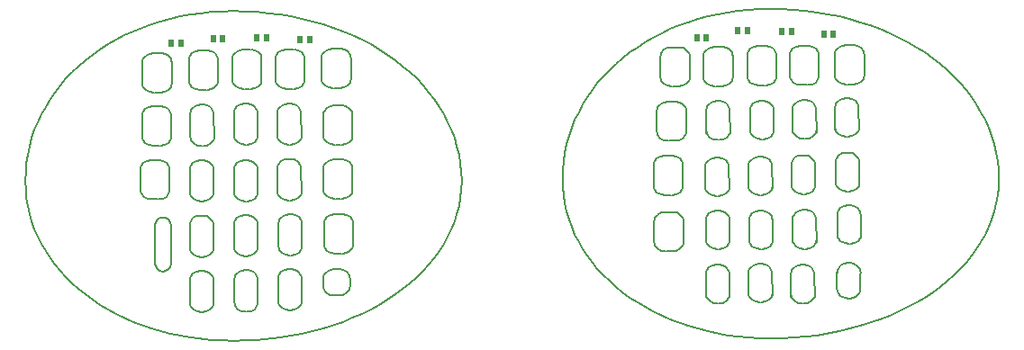
<source format=gbr>
G04 PROTEUS GERBER X2 FILE*
%TF.GenerationSoftware,Labcenter,Proteus,8.9-SP2-Build28501*%
%TF.CreationDate,2020-07-12T19:41:18+00:00*%
%TF.FileFunction,Paste,Bot*%
%TF.FilePolarity,Positive*%
%TF.Part,Single*%
%TF.SameCoordinates,{dc61f2e1-3fbc-4622-b235-fc52ee95e5fb}*%
%FSLAX45Y45*%
%MOMM*%
G01*
%TA.AperFunction,Material*%
%ADD33R,0.508000X0.762000*%
%TA.AperFunction,Profile*%
%ADD18C,0.203200*%
%TD.AperFunction*%
D33*
X-240000Y-4655000D03*
X-148560Y-4655000D03*
X+143560Y-4580000D03*
X+235000Y-4580000D03*
X+557120Y-4589000D03*
X+648560Y-4589000D03*
X+953560Y-4615000D03*
X+1045000Y-4615000D03*
X-5088560Y-4700000D03*
X-5180000Y-4700000D03*
X-4695000Y-4660000D03*
X-4786440Y-4660000D03*
X-4285000Y-4654000D03*
X-4376440Y-4654000D03*
X-3880000Y-4670000D03*
X-3971440Y-4670000D03*
D18*
X-6550000Y-6000000D02*
X-6547519Y-5916226D01*
X-6540151Y-5833716D01*
X-6528008Y-5752560D01*
X-6511200Y-5672852D01*
X-6489840Y-5594681D01*
X-6464039Y-5518140D01*
X-6433909Y-5443320D01*
X-6399561Y-5370312D01*
X-6361107Y-5299210D01*
X-6318658Y-5230103D01*
X-6272326Y-5163083D01*
X-6222223Y-5098242D01*
X-6168460Y-5035672D01*
X-6111149Y-4975464D01*
X-6050401Y-4917709D01*
X-5986328Y-4862500D01*
X-5919042Y-4809927D01*
X-5848653Y-4760083D01*
X-5775275Y-4713058D01*
X-5699017Y-4668945D01*
X-5619993Y-4627835D01*
X-5538313Y-4589819D01*
X-5454089Y-4554990D01*
X-5367432Y-4523438D01*
X-5278454Y-4495255D01*
X-5187267Y-4470532D01*
X-5093983Y-4449362D01*
X-4998712Y-4431836D01*
X-4901567Y-4418045D01*
X-4802659Y-4408081D01*
X-4702099Y-4402036D01*
X-4600000Y-4400000D01*
X-4487429Y-4402036D01*
X-4376556Y-4408081D01*
X-4267503Y-4418045D01*
X-4160394Y-4431836D01*
X-4055352Y-4449362D01*
X-3952500Y-4470532D01*
X-3851961Y-4495255D01*
X-3753857Y-4523438D01*
X-3658313Y-4554990D01*
X-3565450Y-4589819D01*
X-3475393Y-4627835D01*
X-3388263Y-4668945D01*
X-3304184Y-4713058D01*
X-3223279Y-4760083D01*
X-3145672Y-4809927D01*
X-3071484Y-4862500D01*
X-3000840Y-4917709D01*
X-2933861Y-4975464D01*
X-2870672Y-5035672D01*
X-2811395Y-5098242D01*
X-2756153Y-5163083D01*
X-2705070Y-5230103D01*
X-2658267Y-5299210D01*
X-2615869Y-5370312D01*
X-2577998Y-5443320D01*
X-2544778Y-5518140D01*
X-2516331Y-5594681D01*
X-2492780Y-5672852D01*
X-2474248Y-5752560D01*
X-2460859Y-5833716D01*
X-2452735Y-5916226D01*
X-2450000Y-6000000D01*
X-2452735Y-6078538D01*
X-2460859Y-6155891D01*
X-2474248Y-6231975D01*
X-2492780Y-6306702D01*
X-2516331Y-6379987D01*
X-2544778Y-6451744D01*
X-2577998Y-6521888D01*
X-2615869Y-6590332D01*
X-2658267Y-6656991D01*
X-2705070Y-6721779D01*
X-2756153Y-6784610D01*
X-2811395Y-6845398D01*
X-2870672Y-6904058D01*
X-2933861Y-6960503D01*
X-3000840Y-7014647D01*
X-3071484Y-7066406D01*
X-3145672Y-7115693D01*
X-3223279Y-7162422D01*
X-3304184Y-7206508D01*
X-3388263Y-7247864D01*
X-3475393Y-7286405D01*
X-3565450Y-7322044D01*
X-3753857Y-7384277D01*
X-3952500Y-7433876D01*
X-4160394Y-7470154D01*
X-4376556Y-7492424D01*
X-4487429Y-7498092D01*
X-4600000Y-7500000D01*
X-4702099Y-7498092D01*
X-4802659Y-7492424D01*
X-4998712Y-7470154D01*
X-5187267Y-7433876D01*
X-5367432Y-7384277D01*
X-5538313Y-7322044D01*
X-5699017Y-7247864D01*
X-5848653Y-7162422D01*
X-5919042Y-7115693D01*
X-5986328Y-7066406D01*
X-6050401Y-7014647D01*
X-6111149Y-6960503D01*
X-6168460Y-6904058D01*
X-6222223Y-6845398D01*
X-6272326Y-6784610D01*
X-6318658Y-6721779D01*
X-6361107Y-6656991D01*
X-6399561Y-6590332D01*
X-6433909Y-6521888D01*
X-6464039Y-6451744D01*
X-6489840Y-6379987D01*
X-6511200Y-6306702D01*
X-6528008Y-6231975D01*
X-6540151Y-6155891D01*
X-6547519Y-6078538D01*
X-6550000Y-6000000D01*
X-4430000Y-4760000D02*
X-4390644Y-4766943D01*
X-4358906Y-4786016D01*
X-4337715Y-4814580D01*
X-4331990Y-4831598D01*
X-4330000Y-4850000D01*
X-4435000Y-5130000D02*
X-4393676Y-5123442D01*
X-4360351Y-5105430D01*
X-4338100Y-5078452D01*
X-4332089Y-5062380D01*
X-4330000Y-5045000D01*
X-4495000Y-5130000D02*
X-4538291Y-5123442D01*
X-4573203Y-5105430D01*
X-4596514Y-5078452D01*
X-4602811Y-5062380D01*
X-4605000Y-5045000D01*
X-4500000Y-4760000D02*
X-4541323Y-4766558D01*
X-4574648Y-4784570D01*
X-4596899Y-4811548D01*
X-4602911Y-4827620D01*
X-4605000Y-4845000D01*
X-4605000Y-5045000D02*
X-4605000Y-4845000D01*
X-4435000Y-4760000D02*
X-4510000Y-4760000D01*
X-4440000Y-5130000D02*
X-4490000Y-5130000D01*
X-4330000Y-4845000D02*
X-4330000Y-5045000D01*
X-4025000Y-4760000D02*
X-3985644Y-4766943D01*
X-3953906Y-4786016D01*
X-3932715Y-4814580D01*
X-3926990Y-4831598D01*
X-3925000Y-4850000D01*
X-4030000Y-5130000D02*
X-3988676Y-5123442D01*
X-3955351Y-5105430D01*
X-3933100Y-5078452D01*
X-3927089Y-5062380D01*
X-3925000Y-5045000D01*
X-4090000Y-5130000D02*
X-4133291Y-5123442D01*
X-4168203Y-5105430D01*
X-4191514Y-5078452D01*
X-4197811Y-5062380D01*
X-4200000Y-5045000D01*
X-4095000Y-4760000D02*
X-4136323Y-4766558D01*
X-4169648Y-4784570D01*
X-4191899Y-4811548D01*
X-4197911Y-4827620D01*
X-4200000Y-4845000D01*
X-4200000Y-5045000D02*
X-4200000Y-4845000D01*
X-4030000Y-4760000D02*
X-4105000Y-4760000D01*
X-4035000Y-5130000D02*
X-4085000Y-5130000D01*
X-3925000Y-4845000D02*
X-3925000Y-5045000D01*
X-4840000Y-4770000D02*
X-4800644Y-4776943D01*
X-4768906Y-4796016D01*
X-4747715Y-4824580D01*
X-4741990Y-4841598D01*
X-4740000Y-4860000D01*
X-4845000Y-5140000D02*
X-4803676Y-5133442D01*
X-4770351Y-5115430D01*
X-4748100Y-5088452D01*
X-4742089Y-5072380D01*
X-4740000Y-5055000D01*
X-4905000Y-5140000D02*
X-4948291Y-5133442D01*
X-4983203Y-5115430D01*
X-5006514Y-5088452D01*
X-5012811Y-5072380D01*
X-5015000Y-5055000D01*
X-4910000Y-4770000D02*
X-4951323Y-4776558D01*
X-4984648Y-4794570D01*
X-5006899Y-4821548D01*
X-5012911Y-4837620D01*
X-5015000Y-4855000D01*
X-5015000Y-5055000D02*
X-5015000Y-4855000D01*
X-4845000Y-4770000D02*
X-4920000Y-4770000D01*
X-4850000Y-5140000D02*
X-4900000Y-5140000D01*
X-4740000Y-4855000D02*
X-4740000Y-5055000D01*
X-3590000Y-4755000D02*
X-3550644Y-4761943D01*
X-3518906Y-4781016D01*
X-3497715Y-4809580D01*
X-3491990Y-4826598D01*
X-3490000Y-4845000D01*
X-3595000Y-5125000D02*
X-3553676Y-5118442D01*
X-3520351Y-5100430D01*
X-3498100Y-5073452D01*
X-3492089Y-5057380D01*
X-3490000Y-5040000D01*
X-3655000Y-5125000D02*
X-3698291Y-5118442D01*
X-3733203Y-5100430D01*
X-3756514Y-5073452D01*
X-3762811Y-5057380D01*
X-3765000Y-5040000D01*
X-3660000Y-4755000D02*
X-3701323Y-4761558D01*
X-3734648Y-4779570D01*
X-3756899Y-4806548D01*
X-3762911Y-4822620D01*
X-3765000Y-4840000D01*
X-3765000Y-5040000D02*
X-3765000Y-4840000D01*
X-3590000Y-4755000D02*
X-3665000Y-4755000D01*
X-3600000Y-5125000D02*
X-3650000Y-5125000D01*
X-3490000Y-4840000D02*
X-3490000Y-5040000D01*
X+810000Y-4725000D02*
X+849356Y-4731943D01*
X+881094Y-4751016D01*
X+902285Y-4779580D01*
X+908010Y-4796598D01*
X+910000Y-4815000D01*
X+805000Y-5095000D02*
X+846324Y-5088442D01*
X+879649Y-5070430D01*
X+901900Y-5043452D01*
X+907911Y-5027380D01*
X+910000Y-5010000D01*
X+745000Y-5095000D02*
X+701709Y-5088442D01*
X+666797Y-5070430D01*
X+643486Y-5043452D01*
X+637189Y-5027380D01*
X+635000Y-5010000D01*
X+740000Y-4725000D02*
X+698677Y-4731558D01*
X+665352Y-4749570D01*
X+643101Y-4776548D01*
X+637089Y-4792620D01*
X+635000Y-4810000D01*
X+635000Y-5010000D02*
X+635000Y-4810000D01*
X+810000Y-4725000D02*
X+735000Y-4725000D01*
X+800000Y-5095000D02*
X+750000Y-5095000D01*
X+910000Y-4810000D02*
X+910000Y-5010000D01*
X+410000Y-4730000D02*
X+449356Y-4736943D01*
X+481094Y-4756016D01*
X+502285Y-4784580D01*
X+508010Y-4801598D01*
X+510000Y-4820000D01*
X+405000Y-5100000D02*
X+446324Y-5093442D01*
X+479649Y-5075430D01*
X+501900Y-5048452D01*
X+507911Y-5032380D01*
X+510000Y-5015000D01*
X+345000Y-5100000D02*
X+301709Y-5093442D01*
X+266797Y-5075430D01*
X+243486Y-5048452D01*
X+237189Y-5032380D01*
X+235000Y-5015000D01*
X+340000Y-4730000D02*
X+298677Y-4736558D01*
X+265352Y-4754570D01*
X+243101Y-4781548D01*
X+237089Y-4797620D01*
X+235000Y-4815000D01*
X+235000Y-5015000D02*
X+235000Y-4815000D01*
X+410000Y-4730000D02*
X+335000Y-4730000D01*
X+400000Y-5100000D02*
X+350000Y-5100000D01*
X+510000Y-4815000D02*
X+510000Y-5015000D01*
X+1235000Y-4720000D02*
X+1274356Y-4726943D01*
X+1306094Y-4746016D01*
X+1327285Y-4774580D01*
X+1333010Y-4791598D01*
X+1335000Y-4810000D01*
X+1230000Y-5090000D02*
X+1271324Y-5083442D01*
X+1304649Y-5065430D01*
X+1326900Y-5038452D01*
X+1332911Y-5022380D01*
X+1335000Y-5005000D01*
X+1170000Y-5090000D02*
X+1126709Y-5083442D01*
X+1091797Y-5065430D01*
X+1068486Y-5038452D01*
X+1062189Y-5022380D01*
X+1060000Y-5005000D01*
X+1165000Y-4720000D02*
X+1123677Y-4726558D01*
X+1090352Y-4744570D01*
X+1068101Y-4771548D01*
X+1062089Y-4787620D01*
X+1060000Y-4805000D01*
X+1060000Y-5005000D02*
X+1060000Y-4805000D01*
X+1235000Y-4720000D02*
X+1160000Y-4720000D01*
X+1225000Y-5090000D02*
X+1175000Y-5090000D01*
X+1335000Y-4805000D02*
X+1335000Y-5005000D01*
X+0Y-4735000D02*
X+39356Y-4741943D01*
X+71094Y-4761016D01*
X+92285Y-4789580D01*
X+98010Y-4806598D01*
X+100000Y-4825000D01*
X-5000Y-5105000D02*
X+36324Y-5098442D01*
X+69649Y-5080430D01*
X+91900Y-5053452D01*
X+97911Y-5037380D01*
X+100000Y-5020000D01*
X-65000Y-5105000D02*
X-108291Y-5098442D01*
X-143203Y-5080430D01*
X-166514Y-5053452D01*
X-172811Y-5037380D01*
X-175000Y-5020000D01*
X-70000Y-4735000D02*
X-111323Y-4741558D01*
X-144648Y-4759570D01*
X-166899Y-4786548D01*
X-172911Y-4802620D01*
X-175000Y-4820000D01*
X-175000Y-5020000D02*
X-175000Y-4820000D01*
X+0Y-4735000D02*
X-75000Y-4735000D01*
X-10000Y-5105000D02*
X-60000Y-5105000D01*
X+100000Y-4820000D02*
X+100000Y-5020000D01*
X-405000Y-4740000D02*
X-365644Y-4746943D01*
X-333906Y-4766016D01*
X-312715Y-4794580D01*
X-306990Y-4811598D01*
X-305000Y-4830000D01*
X-410000Y-5110000D02*
X-368676Y-5103442D01*
X-335351Y-5085430D01*
X-313100Y-5058452D01*
X-307089Y-5042380D01*
X-305000Y-5025000D01*
X-470000Y-5110000D02*
X-513291Y-5103442D01*
X-548203Y-5085430D01*
X-571514Y-5058452D01*
X-577811Y-5042380D01*
X-580000Y-5025000D01*
X-475000Y-4740000D02*
X-516323Y-4746558D01*
X-549648Y-4764570D01*
X-571899Y-4791548D01*
X-577911Y-4807620D01*
X-580000Y-4825000D01*
X-580000Y-5025000D02*
X-580000Y-4825000D01*
X-405000Y-4740000D02*
X-480000Y-4740000D01*
X-415000Y-5110000D02*
X-465000Y-5110000D01*
X-305000Y-4825000D02*
X-305000Y-5025000D01*
X-1500000Y-5980000D02*
X-1497519Y-5896226D01*
X-1490151Y-5813716D01*
X-1478008Y-5732560D01*
X-1461200Y-5652852D01*
X-1439840Y-5574681D01*
X-1414039Y-5498140D01*
X-1383909Y-5423320D01*
X-1349561Y-5350312D01*
X-1311107Y-5279210D01*
X-1268658Y-5210103D01*
X-1222326Y-5143083D01*
X-1172223Y-5078242D01*
X-1118460Y-5015672D01*
X-1061149Y-4955464D01*
X-1000401Y-4897709D01*
X-936328Y-4842500D01*
X-869042Y-4789927D01*
X-798653Y-4740083D01*
X-725275Y-4693058D01*
X-649017Y-4648945D01*
X-569993Y-4607835D01*
X-488313Y-4569819D01*
X-404089Y-4534990D01*
X-317432Y-4503438D01*
X-228454Y-4475255D01*
X-137267Y-4450532D01*
X-43983Y-4429362D01*
X+51288Y-4411836D01*
X+148433Y-4398045D01*
X+247341Y-4388081D01*
X+347901Y-4382036D01*
X+450000Y-4380000D01*
X+562571Y-4382036D01*
X+673444Y-4388081D01*
X+782497Y-4398045D01*
X+889606Y-4411836D01*
X+994648Y-4429362D01*
X+1097500Y-4450532D01*
X+1198039Y-4475255D01*
X+1296143Y-4503438D01*
X+1391687Y-4534990D01*
X+1484550Y-4569819D01*
X+1574607Y-4607835D01*
X+1661737Y-4648945D01*
X+1745816Y-4693058D01*
X+1826721Y-4740083D01*
X+1904328Y-4789927D01*
X+1978516Y-4842500D01*
X+2049160Y-4897709D01*
X+2116139Y-4955464D01*
X+2179328Y-5015672D01*
X+2238605Y-5078242D01*
X+2293847Y-5143083D01*
X+2344930Y-5210103D01*
X+2391733Y-5279210D01*
X+2434131Y-5350312D01*
X+2472002Y-5423320D01*
X+2505222Y-5498140D01*
X+2533669Y-5574681D01*
X+2557220Y-5652852D01*
X+2575752Y-5732560D01*
X+2589141Y-5813716D01*
X+2597265Y-5896226D01*
X+2600000Y-5980000D01*
X+2597265Y-6058538D01*
X+2589141Y-6135891D01*
X+2575752Y-6211975D01*
X+2557220Y-6286702D01*
X+2533669Y-6359987D01*
X+2505222Y-6431744D01*
X+2472002Y-6501888D01*
X+2434131Y-6570332D01*
X+2391733Y-6636991D01*
X+2344930Y-6701779D01*
X+2293847Y-6764610D01*
X+2238605Y-6825398D01*
X+2179328Y-6884058D01*
X+2116139Y-6940503D01*
X+2049160Y-6994647D01*
X+1978516Y-7046406D01*
X+1904328Y-7095693D01*
X+1826721Y-7142422D01*
X+1745816Y-7186508D01*
X+1661737Y-7227864D01*
X+1574607Y-7266405D01*
X+1484550Y-7302044D01*
X+1296143Y-7364277D01*
X+1097500Y-7413876D01*
X+889606Y-7450154D01*
X+673444Y-7472424D01*
X+562571Y-7478092D01*
X+450000Y-7480000D01*
X+347901Y-7478092D01*
X+247341Y-7472424D01*
X+51288Y-7450154D01*
X-137267Y-7413876D01*
X-317432Y-7364277D01*
X-488313Y-7302044D01*
X-649017Y-7227864D01*
X-798653Y-7142422D01*
X-869042Y-7095693D01*
X-936328Y-7046406D01*
X-1000401Y-6994647D01*
X-1061149Y-6940503D01*
X-1118460Y-6884058D01*
X-1172223Y-6825398D01*
X-1222326Y-6764610D01*
X-1268658Y-6701779D01*
X-1311107Y-6636991D01*
X-1349561Y-6570332D01*
X-1383909Y-6501888D01*
X-1414039Y-6431744D01*
X-1439840Y-6359987D01*
X-1461200Y-6286702D01*
X-1478008Y-6211975D01*
X-1490151Y-6135891D01*
X-1497519Y-6058538D01*
X-1500000Y-5980000D01*
X-4880000Y-5280000D02*
X-4840644Y-5286943D01*
X-4808906Y-5306016D01*
X-4787715Y-5334580D01*
X-4781990Y-5351598D01*
X-4780000Y-5370000D01*
X-4880000Y-5670000D02*
X-4838676Y-5663442D01*
X-4805351Y-5645430D01*
X-4783100Y-5618452D01*
X-4777089Y-5602380D01*
X-4775000Y-5585000D01*
X-4890000Y-5670000D02*
X-4933291Y-5663442D01*
X-4968203Y-5645430D01*
X-4991514Y-5618452D01*
X-4997811Y-5602380D01*
X-5000000Y-5585000D01*
X-4895000Y-5280000D02*
X-4936323Y-5286558D01*
X-4969648Y-5304570D01*
X-4991899Y-5331548D01*
X-4997911Y-5347620D01*
X-5000000Y-5365000D01*
X-5000000Y-5370000D02*
X-5000000Y-5585000D01*
X-4775000Y-5585000D02*
X-4780000Y-5375000D01*
X-4895000Y-5280000D02*
X-4880000Y-5280000D01*
X-4470000Y-5270000D02*
X-4430644Y-5276943D01*
X-4398906Y-5296016D01*
X-4377715Y-5324580D01*
X-4371990Y-5341598D01*
X-4370000Y-5360000D01*
X-4470000Y-5660000D02*
X-4428676Y-5653442D01*
X-4395351Y-5635430D01*
X-4373100Y-5608452D01*
X-4367089Y-5592380D01*
X-4365000Y-5575000D01*
X-4480000Y-5660000D02*
X-4523291Y-5653442D01*
X-4558203Y-5635430D01*
X-4581514Y-5608452D01*
X-4587811Y-5592380D01*
X-4590000Y-5575000D01*
X-4485000Y-5270000D02*
X-4526323Y-5276558D01*
X-4559648Y-5294570D01*
X-4581899Y-5321548D01*
X-4587911Y-5337620D01*
X-4590000Y-5355000D01*
X-4590000Y-5360000D02*
X-4590000Y-5575000D01*
X-4365000Y-5575000D02*
X-4370000Y-5365000D01*
X-4485000Y-5270000D02*
X-4470000Y-5270000D01*
X-4060000Y-5270000D02*
X-4020644Y-5276943D01*
X-3988906Y-5296016D01*
X-3967715Y-5324580D01*
X-3961990Y-5341598D01*
X-3960000Y-5360000D01*
X-4060000Y-5660000D02*
X-4018676Y-5653442D01*
X-3985351Y-5635430D01*
X-3963100Y-5608452D01*
X-3957089Y-5592380D01*
X-3955000Y-5575000D01*
X-4070000Y-5660000D02*
X-4113291Y-5653442D01*
X-4148203Y-5635430D01*
X-4171514Y-5608452D01*
X-4177811Y-5592380D01*
X-4180000Y-5575000D01*
X-4075000Y-5270000D02*
X-4116323Y-5276558D01*
X-4149648Y-5294570D01*
X-4171899Y-5321548D01*
X-4177911Y-5337620D01*
X-4180000Y-5355000D01*
X-4180000Y-5360000D02*
X-4180000Y-5575000D01*
X-3955000Y-5575000D02*
X-3960000Y-5365000D01*
X-4075000Y-5270000D02*
X-4060000Y-5270000D01*
X-4885000Y-5800000D02*
X-4845644Y-5806943D01*
X-4813906Y-5826016D01*
X-4792715Y-5854580D01*
X-4786990Y-5871598D01*
X-4785000Y-5890000D01*
X-4890000Y-6190000D02*
X-4848676Y-6183442D01*
X-4815351Y-6165430D01*
X-4793100Y-6138452D01*
X-4787089Y-6122380D01*
X-4785000Y-6105000D01*
X-4895000Y-6190000D02*
X-4938291Y-6183442D01*
X-4973203Y-6165430D01*
X-4996514Y-6138452D01*
X-5002811Y-6122380D01*
X-5005000Y-6105000D01*
X-4900000Y-5800000D02*
X-4941323Y-5806558D01*
X-4974648Y-5824570D01*
X-4996899Y-5851548D01*
X-5002911Y-5867620D01*
X-5005000Y-5885000D01*
X-5005000Y-5890000D02*
X-5005000Y-6105000D01*
X-4785000Y-6105000D02*
X-4785000Y-5895000D01*
X-4900000Y-5800000D02*
X-4885000Y-5800000D01*
X-4470000Y-5800000D02*
X-4430644Y-5806943D01*
X-4398906Y-5826016D01*
X-4377715Y-5854580D01*
X-4371990Y-5871598D01*
X-4370000Y-5890000D01*
X-4470000Y-6190000D02*
X-4428676Y-6183442D01*
X-4395351Y-6165430D01*
X-4373100Y-6138452D01*
X-4367089Y-6122380D01*
X-4365000Y-6105000D01*
X-4480000Y-6190000D02*
X-4523291Y-6183442D01*
X-4558203Y-6165430D01*
X-4581514Y-6138452D01*
X-4587811Y-6122380D01*
X-4590000Y-6105000D01*
X-4485000Y-5800000D02*
X-4526323Y-5806558D01*
X-4559648Y-5824570D01*
X-4581899Y-5851548D01*
X-4587911Y-5867620D01*
X-4590000Y-5885000D01*
X-4590000Y-5890000D02*
X-4590000Y-6105000D01*
X-4365000Y-6105000D02*
X-4370000Y-5895000D01*
X-4485000Y-5800000D02*
X-4470000Y-5800000D01*
X-4060000Y-5790000D02*
X-4020644Y-5796943D01*
X-3988906Y-5816016D01*
X-3967715Y-5844580D01*
X-3961990Y-5861598D01*
X-3960000Y-5880000D01*
X-4060000Y-6180000D02*
X-4018676Y-6173442D01*
X-3985351Y-6155430D01*
X-3963100Y-6128452D01*
X-3957089Y-6112380D01*
X-3955000Y-6095000D01*
X-4070000Y-6180000D02*
X-4113291Y-6173442D01*
X-4148203Y-6155430D01*
X-4171514Y-6128452D01*
X-4177811Y-6112380D01*
X-4180000Y-6095000D01*
X-4075000Y-5790000D02*
X-4116323Y-5796558D01*
X-4149648Y-5814570D01*
X-4171899Y-5841548D01*
X-4177911Y-5857620D01*
X-4180000Y-5875000D01*
X-4180000Y-5880000D02*
X-4180000Y-6095000D01*
X-3955000Y-6095000D02*
X-3960000Y-5885000D01*
X-4075000Y-5790000D02*
X-4060000Y-5790000D01*
X-4884782Y-6323362D02*
X-4845426Y-6330305D01*
X-4813688Y-6349378D01*
X-4792497Y-6377942D01*
X-4786772Y-6394960D01*
X-4784782Y-6413362D01*
X-4889782Y-6713362D02*
X-4848458Y-6706804D01*
X-4815133Y-6688792D01*
X-4792882Y-6661814D01*
X-4786871Y-6645742D01*
X-4784782Y-6628362D01*
X-4894782Y-6713362D02*
X-4938073Y-6706804D01*
X-4972985Y-6688792D01*
X-4996296Y-6661814D01*
X-5002593Y-6645742D01*
X-5004782Y-6628362D01*
X-4899782Y-6323362D02*
X-4941105Y-6329920D01*
X-4974430Y-6347932D01*
X-4996681Y-6374910D01*
X-5002693Y-6390982D01*
X-5004782Y-6408362D01*
X-5004782Y-6413362D02*
X-5004782Y-6628362D01*
X-4784782Y-6628362D02*
X-4784782Y-6418362D01*
X-4899782Y-6323362D02*
X-4884782Y-6323362D01*
X-4469782Y-6318362D02*
X-4430426Y-6325305D01*
X-4398688Y-6344378D01*
X-4377497Y-6372942D01*
X-4371772Y-6389960D01*
X-4369782Y-6408362D01*
X-4474782Y-6708362D02*
X-4433458Y-6701804D01*
X-4400133Y-6683792D01*
X-4377882Y-6656814D01*
X-4371871Y-6640742D01*
X-4369782Y-6623362D01*
X-4479782Y-6708362D02*
X-4523073Y-6701804D01*
X-4557985Y-6683792D01*
X-4581296Y-6656814D01*
X-4587593Y-6640742D01*
X-4589782Y-6623362D01*
X-4484782Y-6318362D02*
X-4526105Y-6324920D01*
X-4559430Y-6342932D01*
X-4581681Y-6369910D01*
X-4587693Y-6385982D01*
X-4589782Y-6403362D01*
X-4589782Y-6408362D02*
X-4589782Y-6623362D01*
X-4369782Y-6623362D02*
X-4369782Y-6413362D01*
X-4484782Y-6318362D02*
X-4469782Y-6318362D01*
X-4049782Y-6308362D02*
X-4010426Y-6315305D01*
X-3978688Y-6334378D01*
X-3957497Y-6362942D01*
X-3951772Y-6379960D01*
X-3949782Y-6398362D01*
X-4054782Y-6698362D02*
X-4013458Y-6691804D01*
X-3980133Y-6673792D01*
X-3957882Y-6646814D01*
X-3951871Y-6630742D01*
X-3949782Y-6613362D01*
X-4059782Y-6698362D02*
X-4103073Y-6691804D01*
X-4137985Y-6673792D01*
X-4161296Y-6646814D01*
X-4167593Y-6630742D01*
X-4169782Y-6613362D01*
X-4064782Y-6308362D02*
X-4106105Y-6314920D01*
X-4139430Y-6332932D01*
X-4161681Y-6359910D01*
X-4167693Y-6375982D01*
X-4169782Y-6393362D01*
X-4169782Y-6398362D02*
X-4169782Y-6613362D01*
X-3949782Y-6613362D02*
X-3949782Y-6403362D01*
X-4064782Y-6308362D02*
X-4049782Y-6308362D01*
X-4884782Y-6843362D02*
X-4845426Y-6850305D01*
X-4813688Y-6869378D01*
X-4792497Y-6897942D01*
X-4786772Y-6914960D01*
X-4784782Y-6933362D01*
X-4889782Y-7233362D02*
X-4848458Y-7226804D01*
X-4815133Y-7208792D01*
X-4792882Y-7181814D01*
X-4786871Y-7165742D01*
X-4784782Y-7148362D01*
X-4894782Y-7233362D02*
X-4938073Y-7226804D01*
X-4972985Y-7208792D01*
X-4996296Y-7181814D01*
X-5002593Y-7165742D01*
X-5004782Y-7148362D01*
X-4899782Y-6843362D02*
X-4941105Y-6849920D01*
X-4974430Y-6867932D01*
X-4996681Y-6894910D01*
X-5002693Y-6910982D01*
X-5004782Y-6928362D01*
X-5004782Y-6933362D02*
X-5004782Y-7148362D01*
X-4784782Y-7148362D02*
X-4784782Y-6938362D01*
X-4899782Y-6843362D02*
X-4884782Y-6843362D01*
X-4464782Y-6838362D02*
X-4425426Y-6845305D01*
X-4393688Y-6864378D01*
X-4372497Y-6892942D01*
X-4366772Y-6909960D01*
X-4364782Y-6928362D01*
X-4469782Y-7228362D02*
X-4428458Y-7221804D01*
X-4395133Y-7203792D01*
X-4372882Y-7176814D01*
X-4366871Y-7160742D01*
X-4364782Y-7143362D01*
X-4474782Y-7228362D02*
X-4518073Y-7221804D01*
X-4552985Y-7203792D01*
X-4576296Y-7176814D01*
X-4582593Y-7160742D01*
X-4584782Y-7143362D01*
X-4479782Y-6838362D02*
X-4521105Y-6844920D01*
X-4554430Y-6862932D01*
X-4576681Y-6889910D01*
X-4582693Y-6905982D01*
X-4584782Y-6923362D01*
X-4584782Y-6928362D02*
X-4584782Y-7143362D01*
X-4364782Y-7143362D02*
X-4364782Y-6933362D01*
X-4479782Y-6838362D02*
X-4464782Y-6838362D01*
X-4054782Y-6828362D02*
X-4015426Y-6835305D01*
X-3983688Y-6854378D01*
X-3962497Y-6882942D01*
X-3956772Y-6899960D01*
X-3954782Y-6918362D01*
X-4059782Y-7218362D02*
X-4018458Y-7211804D01*
X-3985133Y-7193792D01*
X-3962882Y-7166814D01*
X-3956871Y-7150742D01*
X-3954782Y-7133362D01*
X-4064782Y-7218362D02*
X-4108073Y-7211804D01*
X-4142985Y-7193792D01*
X-4166296Y-7166814D01*
X-4172593Y-7150742D01*
X-4174782Y-7133362D01*
X-4069782Y-6828362D02*
X-4111105Y-6834920D01*
X-4144430Y-6852932D01*
X-4166681Y-6879910D01*
X-4172693Y-6895982D01*
X-4174782Y-6913362D01*
X-4174782Y-6918362D02*
X-4174782Y-7133362D01*
X-3954782Y-7133362D02*
X-3954782Y-6923362D01*
X-4069782Y-6828362D02*
X-4054782Y-6828362D01*
X-3575000Y-5290000D02*
X-3535644Y-5296943D01*
X-3503906Y-5316016D01*
X-3482715Y-5344580D01*
X-3476990Y-5361598D01*
X-3475000Y-5380000D01*
X-3580000Y-5660000D02*
X-3538676Y-5653442D01*
X-3505351Y-5635430D01*
X-3483100Y-5608452D01*
X-3477089Y-5592380D01*
X-3475000Y-5575000D01*
X-3640000Y-5660000D02*
X-3683291Y-5653442D01*
X-3718203Y-5635430D01*
X-3741514Y-5608452D01*
X-3747811Y-5592380D01*
X-3750000Y-5575000D01*
X-3645000Y-5290000D02*
X-3686323Y-5296558D01*
X-3719648Y-5314570D01*
X-3741899Y-5341548D01*
X-3747911Y-5357620D01*
X-3750000Y-5375000D01*
X-3750000Y-5575000D02*
X-3750000Y-5375000D01*
X-3575000Y-5290000D02*
X-3650000Y-5290000D01*
X-3585000Y-5660000D02*
X-3635000Y-5660000D01*
X-3475000Y-5375000D02*
X-3475000Y-5575000D01*
X-3575000Y-5795000D02*
X-3535644Y-5801943D01*
X-3503906Y-5821016D01*
X-3482715Y-5849580D01*
X-3476990Y-5866598D01*
X-3475000Y-5885000D01*
X-3580000Y-6165000D02*
X-3538676Y-6158442D01*
X-3505351Y-6140430D01*
X-3483100Y-6113452D01*
X-3477089Y-6097380D01*
X-3475000Y-6080000D01*
X-3640000Y-6165000D02*
X-3683291Y-6158442D01*
X-3718203Y-6140430D01*
X-3741514Y-6113452D01*
X-3747811Y-6097380D01*
X-3750000Y-6080000D01*
X-3645000Y-5795000D02*
X-3686323Y-5801558D01*
X-3719648Y-5819570D01*
X-3741899Y-5846548D01*
X-3747911Y-5862620D01*
X-3750000Y-5880000D01*
X-3750000Y-6080000D02*
X-3750000Y-5880000D01*
X-3575000Y-5795000D02*
X-3650000Y-5795000D01*
X-3585000Y-6165000D02*
X-3635000Y-6165000D01*
X-3475000Y-5880000D02*
X-3475000Y-6080000D01*
X-3570000Y-6310000D02*
X-3530644Y-6316943D01*
X-3498906Y-6336016D01*
X-3477715Y-6364580D01*
X-3471990Y-6381598D01*
X-3470000Y-6400000D01*
X-3575000Y-6680000D02*
X-3533676Y-6673442D01*
X-3500351Y-6655430D01*
X-3478100Y-6628452D01*
X-3472089Y-6612380D01*
X-3470000Y-6595000D01*
X-3635000Y-6680000D02*
X-3678291Y-6673442D01*
X-3713203Y-6655430D01*
X-3736514Y-6628452D01*
X-3742811Y-6612380D01*
X-3745000Y-6595000D01*
X-3640000Y-6310000D02*
X-3681323Y-6316558D01*
X-3714648Y-6334570D01*
X-3736899Y-6361548D01*
X-3742911Y-6377620D01*
X-3745000Y-6395000D01*
X-3745000Y-6595000D02*
X-3745000Y-6395000D01*
X-3570000Y-6310000D02*
X-3645000Y-6310000D01*
X-3580000Y-6680000D02*
X-3630000Y-6680000D01*
X-3470000Y-6395000D02*
X-3470000Y-6595000D01*
X-3600000Y-6830000D02*
X-3560644Y-6836943D01*
X-3528906Y-6856016D01*
X-3507715Y-6884580D01*
X-3501990Y-6901598D01*
X-3500000Y-6920000D01*
X-3605000Y-7075000D02*
X-3563676Y-7068442D01*
X-3530351Y-7050430D01*
X-3508100Y-7023452D01*
X-3502089Y-7007380D01*
X-3500000Y-6990000D01*
X-3645000Y-7075000D02*
X-3688213Y-7068442D01*
X-3722578Y-7050430D01*
X-3735289Y-7037906D01*
X-3744404Y-7023452D01*
X-3749462Y-7007380D01*
X-3750000Y-6990000D01*
X-3645000Y-6830000D02*
X-3686323Y-6836558D01*
X-3719648Y-6854570D01*
X-3741899Y-6881548D01*
X-3747911Y-6897620D01*
X-3750000Y-6915000D01*
X-3590000Y-6830000D02*
X-3650000Y-6830000D01*
X-5275000Y-4795000D02*
X-5235644Y-4801943D01*
X-5203906Y-4821016D01*
X-5182715Y-4849580D01*
X-5176990Y-4866598D01*
X-5175000Y-4885000D01*
X-5280000Y-5165000D02*
X-5238676Y-5158442D01*
X-5205351Y-5140430D01*
X-5183100Y-5113452D01*
X-5177089Y-5097380D01*
X-5175000Y-5080000D01*
X-5340000Y-5165000D02*
X-5383291Y-5158442D01*
X-5418203Y-5140430D01*
X-5441514Y-5113452D01*
X-5447811Y-5097380D01*
X-5450000Y-5080000D01*
X-5345000Y-4795000D02*
X-5386323Y-4801558D01*
X-5419648Y-4819570D01*
X-5441899Y-4846548D01*
X-5447911Y-4862620D01*
X-5450000Y-4880000D01*
X-5450000Y-5080000D02*
X-5450000Y-4880000D01*
X-5275000Y-4795000D02*
X-5350000Y-4795000D01*
X-5285000Y-5165000D02*
X-5335000Y-5165000D01*
X-5175000Y-4880000D02*
X-5175000Y-5080000D01*
X-5280000Y-5295000D02*
X-5240644Y-5301943D01*
X-5208906Y-5321016D01*
X-5187715Y-5349580D01*
X-5181990Y-5366598D01*
X-5180000Y-5385000D01*
X-5285000Y-5665000D02*
X-5243676Y-5658442D01*
X-5210351Y-5640430D01*
X-5188100Y-5613452D01*
X-5182089Y-5597380D01*
X-5180000Y-5580000D01*
X-5345000Y-5665000D02*
X-5388291Y-5658442D01*
X-5423203Y-5640430D01*
X-5446514Y-5613452D01*
X-5452811Y-5597380D01*
X-5455000Y-5580000D01*
X-5350000Y-5295000D02*
X-5391323Y-5301558D01*
X-5424648Y-5319570D01*
X-5446899Y-5346548D01*
X-5452911Y-5362620D01*
X-5455000Y-5380000D01*
X-5455000Y-5580000D02*
X-5455000Y-5380000D01*
X-5280000Y-5295000D02*
X-5355000Y-5295000D01*
X-5290000Y-5665000D02*
X-5340000Y-5665000D01*
X-5180000Y-5380000D02*
X-5180000Y-5580000D01*
X-5295000Y-5800000D02*
X-5255644Y-5806943D01*
X-5223906Y-5826016D01*
X-5202715Y-5854580D01*
X-5196990Y-5871598D01*
X-5195000Y-5890000D01*
X-5300000Y-6170000D02*
X-5258676Y-6163442D01*
X-5225351Y-6145430D01*
X-5203100Y-6118452D01*
X-5197089Y-6102380D01*
X-5195000Y-6085000D01*
X-5360000Y-6170000D02*
X-5403291Y-6163442D01*
X-5438203Y-6145430D01*
X-5461514Y-6118452D01*
X-5467811Y-6102380D01*
X-5470000Y-6085000D01*
X-5365000Y-5800000D02*
X-5406323Y-5806558D01*
X-5439648Y-5824570D01*
X-5461899Y-5851548D01*
X-5467911Y-5867620D01*
X-5470000Y-5885000D01*
X-5470000Y-6085000D02*
X-5470000Y-5885000D01*
X-5295000Y-5800000D02*
X-5370000Y-5800000D01*
X-5305000Y-6170000D02*
X-5355000Y-6170000D01*
X-5195000Y-5885000D02*
X-5195000Y-6085000D01*
X-3750000Y-6915000D02*
X-3750000Y-6990000D01*
X-3500000Y-6990000D02*
X-3500000Y-6920000D01*
X-3645000Y-7075000D02*
X-3610000Y-7075000D01*
X-5329782Y-6418362D02*
X-5329782Y-6633362D01*
X-5330000Y-6630000D02*
X-5330000Y-6775000D01*
X-5184782Y-6418362D02*
X-5184782Y-6633362D01*
X-5185000Y-6630000D02*
X-5185000Y-6775000D01*
X-5330000Y-6415000D02*
X-5324985Y-6385483D01*
X-5311211Y-6361680D01*
X-5290581Y-6345786D01*
X-5265000Y-6340000D01*
X-5233516Y-6346172D01*
X-5208125Y-6363125D01*
X-5191172Y-6388516D01*
X-5185000Y-6420000D01*
X-5330000Y-6775000D02*
X-5324600Y-6804516D01*
X-5309766Y-6828320D01*
X-5287549Y-6844214D01*
X-5260000Y-6850000D01*
X-5230483Y-6844600D01*
X-5206680Y-6829766D01*
X-5190786Y-6807549D01*
X-5185000Y-6780000D01*
X-28409Y-5246440D02*
X+10946Y-5253383D01*
X+42685Y-5272456D01*
X+63876Y-5301020D01*
X+69601Y-5318038D01*
X+71591Y-5336440D01*
X-28409Y-5611440D02*
X+12914Y-5604882D01*
X+46240Y-5586870D01*
X+68491Y-5559892D01*
X+74502Y-5543820D01*
X+76591Y-5526440D01*
X-38409Y-5611440D02*
X-81700Y-5604882D01*
X-116612Y-5586870D01*
X-139923Y-5559892D01*
X-146220Y-5543820D01*
X-148409Y-5526440D01*
X-43409Y-5246440D02*
X-84732Y-5252998D01*
X-118057Y-5271010D01*
X-140308Y-5297988D01*
X-146320Y-5314060D01*
X-148409Y-5331440D01*
X-148409Y-5546440D01*
X+76591Y-5546440D02*
X+71591Y-5336440D01*
X-43409Y-5246440D02*
X-28409Y-5246440D01*
X-38409Y-5776440D02*
X+946Y-5783383D01*
X+32685Y-5802456D01*
X+53876Y-5831020D01*
X+59601Y-5848038D01*
X+61591Y-5866440D01*
X-38409Y-6141440D02*
X+2914Y-6134882D01*
X+36240Y-6116870D01*
X+58491Y-6089892D01*
X+64502Y-6073820D01*
X+66591Y-6056440D01*
X-48409Y-6141440D02*
X-91700Y-6134882D01*
X-126612Y-6116870D01*
X-149923Y-6089892D01*
X-156220Y-6073820D01*
X-158409Y-6056440D01*
X-53409Y-5776440D02*
X-94732Y-5782998D01*
X-128057Y-5801010D01*
X-150308Y-5827988D01*
X-156320Y-5844060D01*
X-158409Y-5861440D01*
X-158409Y-6076440D01*
X+66591Y-6076440D02*
X+61591Y-5866440D01*
X-53409Y-5776440D02*
X-38409Y-5776440D01*
X-33409Y-6276440D02*
X+5946Y-6283383D01*
X+37685Y-6302456D01*
X+58876Y-6331020D01*
X+64601Y-6348038D01*
X+66591Y-6366440D01*
X-33409Y-6641440D02*
X+7914Y-6634882D01*
X+41240Y-6616870D01*
X+63491Y-6589892D01*
X+69502Y-6573820D01*
X+71591Y-6556440D01*
X-43409Y-6641440D02*
X-86700Y-6634882D01*
X-121612Y-6616870D01*
X-144923Y-6589892D01*
X-151220Y-6573820D01*
X-153409Y-6556440D01*
X-48409Y-6276440D02*
X-89732Y-6282998D01*
X-123057Y-6301010D01*
X-145308Y-6327988D01*
X-151320Y-6344060D01*
X-153409Y-6361440D01*
X-153409Y-6576440D01*
X+71591Y-6576440D02*
X+66591Y-6366440D01*
X-48409Y-6276440D02*
X-33409Y-6276440D01*
X+381591Y-5241440D02*
X+420946Y-5248383D01*
X+452685Y-5267456D01*
X+473876Y-5296020D01*
X+479601Y-5313038D01*
X+481591Y-5331440D01*
X+381591Y-5606440D02*
X+422914Y-5599882D01*
X+456240Y-5581870D01*
X+478491Y-5554892D01*
X+484502Y-5538820D01*
X+486591Y-5521440D01*
X+371591Y-5606440D02*
X+328300Y-5599882D01*
X+293388Y-5581870D01*
X+270077Y-5554892D01*
X+263780Y-5538820D01*
X+261591Y-5521440D01*
X+366591Y-5241440D02*
X+325268Y-5247998D01*
X+291943Y-5266010D01*
X+269692Y-5292988D01*
X+263680Y-5309060D01*
X+261591Y-5326440D01*
X+261591Y-5541440D01*
X+486591Y-5541440D02*
X+481591Y-5331440D01*
X+366591Y-5241440D02*
X+381591Y-5241440D01*
X+781591Y-5236440D02*
X+820946Y-5243383D01*
X+852685Y-5262456D01*
X+873876Y-5291020D01*
X+879601Y-5308038D01*
X+881591Y-5326440D01*
X+781591Y-5601440D02*
X+822914Y-5594882D01*
X+856240Y-5576870D01*
X+878491Y-5549892D01*
X+884502Y-5533820D01*
X+886591Y-5516440D01*
X+771591Y-5601440D02*
X+728300Y-5594882D01*
X+693388Y-5576870D01*
X+670077Y-5549892D01*
X+663780Y-5533820D01*
X+661591Y-5516440D01*
X+766591Y-5236440D02*
X+725268Y-5242998D01*
X+691943Y-5261010D01*
X+669692Y-5287988D01*
X+663680Y-5304060D01*
X+661591Y-5321440D01*
X+661591Y-5536440D01*
X+886591Y-5536440D02*
X+881591Y-5326440D01*
X+766591Y-5236440D02*
X+781591Y-5236440D01*
X+366591Y-5766440D02*
X+405946Y-5773383D01*
X+437685Y-5792456D01*
X+458876Y-5821020D01*
X+464601Y-5838038D01*
X+466591Y-5856440D01*
X+366591Y-6131440D02*
X+407914Y-6124882D01*
X+441240Y-6106870D01*
X+463491Y-6079892D01*
X+469502Y-6063820D01*
X+471591Y-6046440D01*
X+356591Y-6131440D02*
X+313300Y-6124882D01*
X+278388Y-6106870D01*
X+255077Y-6079892D01*
X+248780Y-6063820D01*
X+246591Y-6046440D01*
X+351591Y-5766440D02*
X+310268Y-5772998D01*
X+276943Y-5791010D01*
X+254692Y-5817988D01*
X+248680Y-5834060D01*
X+246591Y-5851440D01*
X+246591Y-6066440D01*
X+471591Y-6066440D02*
X+466591Y-5856440D01*
X+351591Y-5766440D02*
X+366591Y-5766440D01*
X+771591Y-5756440D02*
X+810946Y-5763383D01*
X+842685Y-5782456D01*
X+863876Y-5811020D01*
X+869601Y-5828038D01*
X+871591Y-5846440D01*
X+771591Y-6121440D02*
X+812914Y-6114882D01*
X+846240Y-6096870D01*
X+868491Y-6069892D01*
X+874502Y-6053820D01*
X+876591Y-6036440D01*
X+761591Y-6121440D02*
X+718300Y-6114882D01*
X+683388Y-6096870D01*
X+660077Y-6069892D01*
X+653780Y-6053820D01*
X+651591Y-6036440D01*
X+756591Y-5756440D02*
X+715268Y-5762998D01*
X+681943Y-5781010D01*
X+659692Y-5807988D01*
X+653680Y-5824060D01*
X+651591Y-5841440D01*
X+651591Y-6056440D01*
X+876591Y-6056440D02*
X+871591Y-5846440D01*
X+756591Y-5756440D02*
X+771591Y-5756440D01*
X+781591Y-6271440D02*
X+820946Y-6278383D01*
X+852685Y-6297456D01*
X+873876Y-6326020D01*
X+879601Y-6343038D01*
X+881591Y-6361440D01*
X+781591Y-6636440D02*
X+822914Y-6629882D01*
X+856240Y-6611870D01*
X+878491Y-6584892D01*
X+884502Y-6568820D01*
X+886591Y-6551440D01*
X+771591Y-6636440D02*
X+728300Y-6629882D01*
X+693388Y-6611870D01*
X+670077Y-6584892D01*
X+663780Y-6568820D01*
X+661591Y-6551440D01*
X+766591Y-6271440D02*
X+725268Y-6277998D01*
X+691943Y-6296010D01*
X+669692Y-6322988D01*
X+663680Y-6339060D01*
X+661591Y-6356440D01*
X+661591Y-6571440D01*
X+886591Y-6571440D02*
X+881591Y-6361440D01*
X+766591Y-6271440D02*
X+781591Y-6271440D01*
X+371591Y-6276440D02*
X+410946Y-6283383D01*
X+442685Y-6302456D01*
X+463876Y-6331020D01*
X+469601Y-6348038D01*
X+471591Y-6366440D01*
X+371591Y-6641440D02*
X+412914Y-6634882D01*
X+446240Y-6616870D01*
X+468491Y-6589892D01*
X+474502Y-6573820D01*
X+476591Y-6556440D01*
X+361591Y-6641440D02*
X+318300Y-6634882D01*
X+283388Y-6616870D01*
X+260077Y-6589892D01*
X+253780Y-6573820D01*
X+251591Y-6556440D01*
X+356591Y-6276440D02*
X+315268Y-6282998D01*
X+281943Y-6301010D01*
X+259692Y-6327988D01*
X+253680Y-6344060D01*
X+251591Y-6361440D01*
X+251591Y-6576440D01*
X+476591Y-6576440D02*
X+471591Y-6366440D01*
X+356591Y-6276440D02*
X+371591Y-6276440D01*
X+366591Y-6776440D02*
X+405946Y-6783383D01*
X+437685Y-6802456D01*
X+458876Y-6831020D01*
X+464601Y-6848038D01*
X+466591Y-6866440D01*
X+366591Y-7141440D02*
X+407914Y-7134882D01*
X+441240Y-7116870D01*
X+463491Y-7089892D01*
X+469502Y-7073820D01*
X+471591Y-7056440D01*
X+356591Y-7141440D02*
X+313300Y-7134882D01*
X+278388Y-7116870D01*
X+255077Y-7089892D01*
X+248780Y-7073820D01*
X+246591Y-7056440D01*
X+351591Y-6776440D02*
X+310268Y-6782998D01*
X+276943Y-6801010D01*
X+254692Y-6827988D01*
X+248680Y-6844060D01*
X+246591Y-6861440D01*
X+246591Y-7076440D01*
X+471591Y-7076440D02*
X+466591Y-6866440D01*
X+351591Y-6776440D02*
X+366591Y-6776440D01*
X-33409Y-6786440D02*
X+5946Y-6793383D01*
X+37685Y-6812456D01*
X+58876Y-6841020D01*
X+64601Y-6858038D01*
X+66591Y-6876440D01*
X-33409Y-7151440D02*
X+7914Y-7144882D01*
X+41240Y-7126870D01*
X+63491Y-7099892D01*
X+69502Y-7083820D01*
X+71591Y-7066440D01*
X-43409Y-7151440D02*
X-86700Y-7144882D01*
X-121612Y-7126870D01*
X-144923Y-7099892D01*
X-151220Y-7083820D01*
X-153409Y-7066440D01*
X-48409Y-6786440D02*
X-89732Y-6792998D01*
X-123057Y-6811010D01*
X-145308Y-6837988D01*
X-151320Y-6854060D01*
X-153409Y-6871440D01*
X-153409Y-7086440D01*
X+71591Y-7086440D02*
X+66591Y-6876440D01*
X-48409Y-6786440D02*
X-33409Y-6786440D01*
X+766591Y-6786440D02*
X+805946Y-6793383D01*
X+837685Y-6812456D01*
X+858876Y-6841020D01*
X+864601Y-6858038D01*
X+866591Y-6876440D01*
X+766591Y-7151440D02*
X+807914Y-7144882D01*
X+841240Y-7126870D01*
X+863491Y-7099892D01*
X+869502Y-7083820D01*
X+871591Y-7066440D01*
X+756591Y-7151440D02*
X+713300Y-7144882D01*
X+678388Y-7126870D01*
X+655077Y-7099892D01*
X+648780Y-7083820D01*
X+646591Y-7066440D01*
X+751591Y-6786440D02*
X+710268Y-6792998D01*
X+676943Y-6811010D01*
X+654692Y-6837988D01*
X+648680Y-6854060D01*
X+646591Y-6871440D01*
X+646591Y-7086440D01*
X+871591Y-7086440D02*
X+866591Y-6876440D01*
X+751591Y-6786440D02*
X+766591Y-6786440D01*
X+1181591Y-5216440D02*
X+1220946Y-5223383D01*
X+1252685Y-5242456D01*
X+1273876Y-5271020D01*
X+1279601Y-5288038D01*
X+1281591Y-5306440D01*
X+1181591Y-5581440D02*
X+1222914Y-5574882D01*
X+1256240Y-5556870D01*
X+1278491Y-5529892D01*
X+1284502Y-5513820D01*
X+1286591Y-5496440D01*
X+1171591Y-5581440D02*
X+1128300Y-5574882D01*
X+1093388Y-5556870D01*
X+1070077Y-5529892D01*
X+1063780Y-5513820D01*
X+1061591Y-5496440D01*
X+1166591Y-5216440D02*
X+1125268Y-5222998D01*
X+1091943Y-5241010D01*
X+1069692Y-5267988D01*
X+1063680Y-5284060D01*
X+1061591Y-5301440D01*
X+1061591Y-5516440D01*
X+1286591Y-5516440D02*
X+1281591Y-5306440D01*
X+1166591Y-5216440D02*
X+1181591Y-5216440D01*
X+1186591Y-5731440D02*
X+1225946Y-5738383D01*
X+1257685Y-5757456D01*
X+1278876Y-5786020D01*
X+1284601Y-5803038D01*
X+1286591Y-5821440D01*
X+1186591Y-6096440D02*
X+1227914Y-6089882D01*
X+1261240Y-6071870D01*
X+1283491Y-6044892D01*
X+1289502Y-6028820D01*
X+1291591Y-6011440D01*
X+1176591Y-6096440D02*
X+1133300Y-6089882D01*
X+1098388Y-6071870D01*
X+1075077Y-6044892D01*
X+1068780Y-6028820D01*
X+1066591Y-6011440D01*
X+1171591Y-5731440D02*
X+1130268Y-5737998D01*
X+1096943Y-5756010D01*
X+1074692Y-5782988D01*
X+1068680Y-5799060D01*
X+1066591Y-5816440D01*
X+1066591Y-6031440D01*
X+1291591Y-6031440D02*
X+1286591Y-5821440D01*
X+1171591Y-5731440D02*
X+1186591Y-5731440D01*
X+1201591Y-6226440D02*
X+1240946Y-6233383D01*
X+1272685Y-6252456D01*
X+1293876Y-6281020D01*
X+1299601Y-6298038D01*
X+1301591Y-6316440D01*
X+1201591Y-6591440D02*
X+1242914Y-6584882D01*
X+1276240Y-6566870D01*
X+1298491Y-6539892D01*
X+1304502Y-6523820D01*
X+1306591Y-6506440D01*
X+1191591Y-6591440D02*
X+1148300Y-6584882D01*
X+1113388Y-6566870D01*
X+1090077Y-6539892D01*
X+1083780Y-6523820D01*
X+1081591Y-6506440D01*
X+1186591Y-6226440D02*
X+1145268Y-6232998D01*
X+1111943Y-6251010D01*
X+1089692Y-6277988D01*
X+1083680Y-6294060D01*
X+1081591Y-6311440D01*
X+1081591Y-6526440D01*
X+1306591Y-6526440D02*
X+1301591Y-6316440D01*
X+1186591Y-6226440D02*
X+1201591Y-6226440D01*
X+1201591Y-6771440D02*
X+1240946Y-6778383D01*
X+1272685Y-6797456D01*
X+1293876Y-6826020D01*
X+1299601Y-6843038D01*
X+1301591Y-6861440D01*
X+1191591Y-7106440D02*
X+1232914Y-7099882D01*
X+1266240Y-7081870D01*
X+1288491Y-7054892D01*
X+1294502Y-7038820D01*
X+1296591Y-7021440D01*
X+1191591Y-7106440D02*
X+1148300Y-7099882D01*
X+1113388Y-7081870D01*
X+1090077Y-7054892D01*
X+1083780Y-7038820D01*
X+1081591Y-7021440D01*
X+1186591Y-6771440D02*
X+1145268Y-6777998D01*
X+1111943Y-6796010D01*
X+1089692Y-6822988D01*
X+1083680Y-6839060D01*
X+1081591Y-6856440D01*
X+1186591Y-6771440D02*
X+1201591Y-6771440D01*
X+1080000Y-6855000D02*
X+1080000Y-7015000D01*
X+1295000Y-7025000D02*
X+1300000Y-6865000D01*
X-440000Y-5250000D02*
X-400644Y-5256943D01*
X-368906Y-5276016D01*
X-347715Y-5304580D01*
X-341990Y-5321598D01*
X-340000Y-5340000D01*
X-445000Y-5620000D02*
X-403676Y-5613442D01*
X-370351Y-5595430D01*
X-348100Y-5568452D01*
X-342089Y-5552380D01*
X-340000Y-5535000D01*
X-505000Y-5620000D02*
X-548291Y-5613442D01*
X-583203Y-5595430D01*
X-606514Y-5568452D01*
X-612811Y-5552380D01*
X-615000Y-5535000D01*
X-510000Y-5250000D02*
X-551323Y-5256558D01*
X-584648Y-5274570D01*
X-606899Y-5301548D01*
X-612911Y-5317620D01*
X-615000Y-5335000D01*
X-615000Y-5535000D02*
X-615000Y-5335000D01*
X-440000Y-5250000D02*
X-515000Y-5250000D01*
X-450000Y-5620000D02*
X-500000Y-5620000D01*
X-340000Y-5335000D02*
X-340000Y-5535000D01*
X-470000Y-5760000D02*
X-430644Y-5766943D01*
X-398906Y-5786016D01*
X-377715Y-5814580D01*
X-371990Y-5831598D01*
X-370000Y-5850000D01*
X-475000Y-6130000D02*
X-433676Y-6123442D01*
X-400351Y-6105430D01*
X-378100Y-6078452D01*
X-372089Y-6062380D01*
X-370000Y-6045000D01*
X-535000Y-6130000D02*
X-578291Y-6123442D01*
X-613203Y-6105430D01*
X-636514Y-6078452D01*
X-642811Y-6062380D01*
X-645000Y-6045000D01*
X-540000Y-5760000D02*
X-581323Y-5766558D01*
X-614648Y-5784570D01*
X-636899Y-5811548D01*
X-642911Y-5827620D01*
X-645000Y-5845000D01*
X-645000Y-6045000D02*
X-645000Y-5845000D01*
X-470000Y-5760000D02*
X-545000Y-5760000D01*
X-480000Y-6130000D02*
X-530000Y-6130000D01*
X-370000Y-5845000D02*
X-370000Y-6045000D01*
X-465000Y-6290000D02*
X-425644Y-6296943D01*
X-393906Y-6316016D01*
X-372715Y-6344580D01*
X-366990Y-6361598D01*
X-365000Y-6380000D01*
X-470000Y-6660000D02*
X-428676Y-6653442D01*
X-395351Y-6635430D01*
X-373100Y-6608452D01*
X-367089Y-6592380D01*
X-365000Y-6575000D01*
X-530000Y-6660000D02*
X-573291Y-6653442D01*
X-608203Y-6635430D01*
X-631514Y-6608452D01*
X-637811Y-6592380D01*
X-640000Y-6575000D01*
X-535000Y-6290000D02*
X-576323Y-6296558D01*
X-609648Y-6314570D01*
X-631899Y-6341548D01*
X-637911Y-6357620D01*
X-640000Y-6375000D01*
X-640000Y-6575000D02*
X-640000Y-6375000D01*
X-465000Y-6290000D02*
X-540000Y-6290000D01*
X-475000Y-6660000D02*
X-525000Y-6660000D01*
X-365000Y-6375000D02*
X-365000Y-6575000D01*
M02*

</source>
